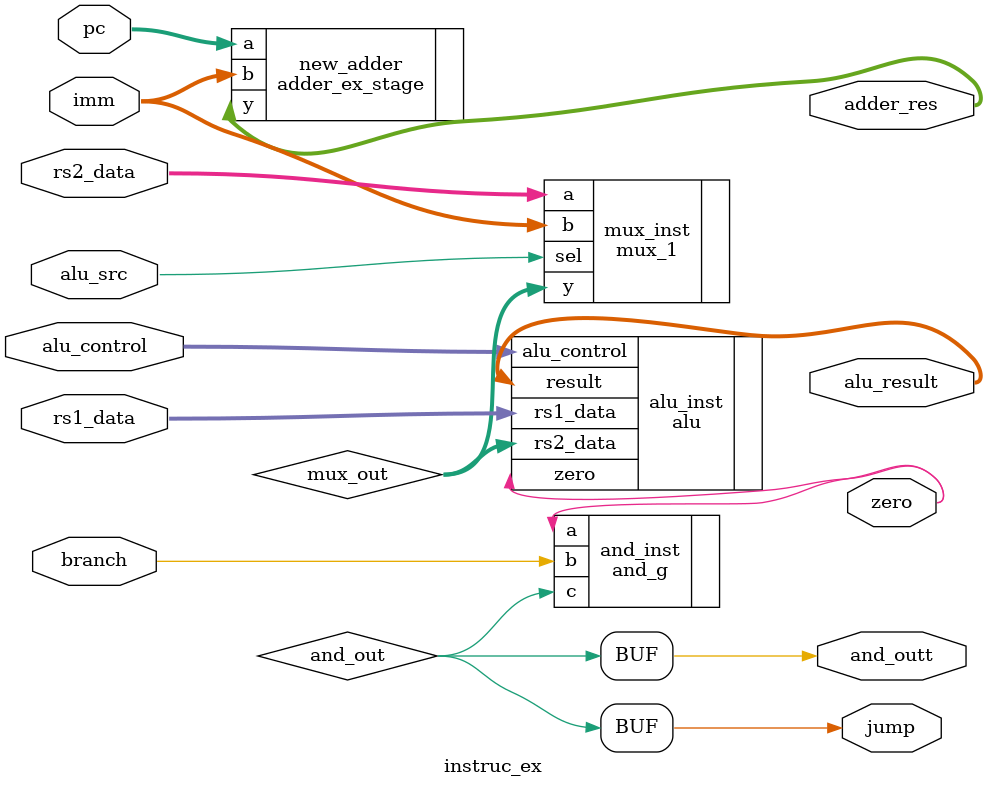
<source format=sv>
module instruc_ex (
    input logic [31:0] rs1_data,    // Source register 1 data
    input logic [31:0] rs2_data,    // Source register 2 data
    input logic [31:0] imm,         // Immediate value (output of sign extension)
    input logic alu_src,            // ALU source select
    input logic [3:0] alu_control,  // ALU control input
    input logic branch,             // Branch control signal
    input logic [31:0] pc,          // PC output from the fetch stage
    output logic [31:0] alu_result, // ALU result output
    output logic jump,              // Jump output (from the AND gate)
    output logic zero,              // Zero flag output from the ALU
    output logic and_outt,          // Output of AND gate
    output logic [31:0] adder_res   // Adder result for branch/jump target
);

    // Intermediate signals
    logic [31:0] mux_out;           // Output of the multiplexer
    logic and_out;                  // Intermediate AND gate output

    // Instantiate the multiplexer
    mux_1 mux_inst (
        .a(rs2_data),               // rs2_data as input A
        .b(imm),                    // Immediate value as input B
        .sel(alu_src),              // Select signal for ALU source
        .y(mux_out)                 // MUX output connected to ALU input
    );

    // Instantiate the ALU
    alu alu_inst (
        .rs1_data(rs1_data),        // Source register 1 data
        .rs2_data(mux_out),         // Output of MUX connected to ALU input
        .alu_control(alu_control),  // ALU control signals
        .result(alu_result),        // ALU computation result
        .zero(zero)                 // Zero flag output from ALU
    );

    // Instantiate the AND gate for branch condition
    and_g and_inst (
        .a(zero),                   // Zero flag from ALU
        .b(branch),                 // Branch control signal
        .c(and_out)                 // Output of the AND gate
    );

    // Connect AND gate output to both `jump` and `and_outt` for clarity
    assign jump = and_out;          // Assign AND gate output to `jump`
    assign and_outt = and_out;      // Assign AND gate output to `and_outt`

    // Instantiate the adder for PC + immediate value (branch/jump target)
    adder_ex_stage new_adder (
        .a(pc),                     // PC value as input A
        .b(imm),                    // Immediate value as input B
        .y(adder_res)               // Adder result
    );


endmodule

</source>
